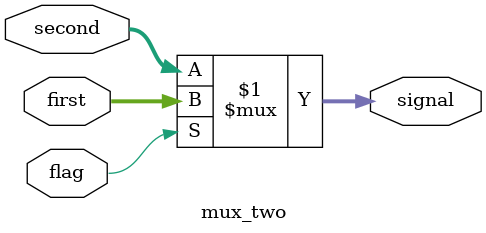
<source format=v>


module mux_two(first,second,flag,signal);
	input [15:0] first;
	input [15:0] second;
	input flag;
	output [15:0] signal;
	//copied from util
	assign signal = flag ? first : second;
endmodule

</source>
